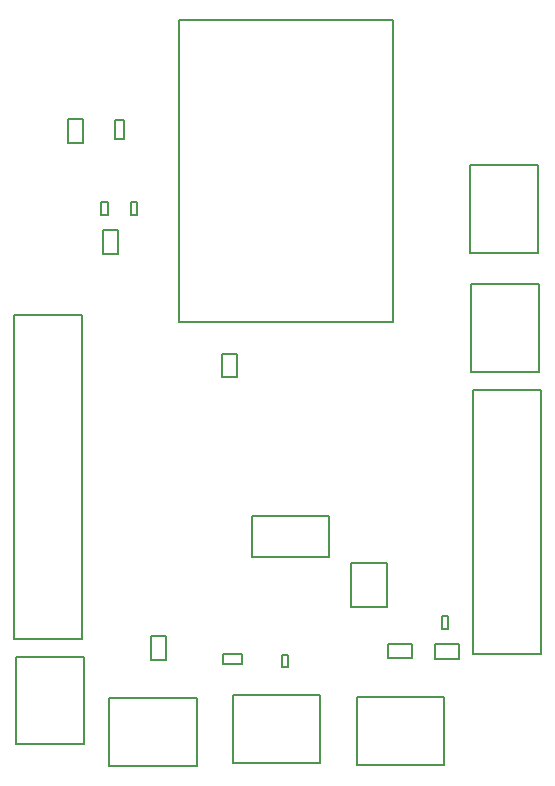
<source format=gbr>
G04*
G04 #@! TF.GenerationSoftware,Altium Limited,Altium Designer,24.2.2 (26)*
G04*
G04 Layer_Color=8388736*
%FSLAX43Y43*%
%MOMM*%
G71*
G04*
G04 #@! TF.SameCoordinates,78AD72C9-59E1-4A50-B3D3-B96FA2B5B495*
G04*
G04*
G04 #@! TF.FilePolarity,Positive*
G04*
G01*
G75*
%ADD11C,0.200*%
D11*
X3775Y14025D02*
X9525D01*
X3775Y6625D02*
Y14025D01*
Y6625D02*
X9525D01*
Y14025D01*
X3600Y15550D02*
X9350D01*
Y42950D01*
X3600D02*
X9350D01*
X3600Y15550D02*
Y42950D01*
X8150Y57525D02*
X9400D01*
Y59525D01*
X8150D02*
X9400D01*
X8150Y57525D02*
Y59525D01*
X10937Y52512D02*
X11487D01*
X10937Y51462D02*
Y52512D01*
Y51462D02*
X11487D01*
Y52512D01*
X13450Y51450D02*
X14000D01*
Y52500D01*
X13450D02*
X14000D01*
X13450Y51450D02*
Y52500D01*
X21175Y39700D02*
X22425D01*
X21175Y37700D02*
Y39700D01*
Y37700D02*
X22425D01*
Y39700D01*
X42200Y55650D02*
X47950D01*
X42200Y48250D02*
Y55650D01*
Y48250D02*
X47950D01*
Y55650D01*
X42225Y45575D02*
X47975D01*
X42225Y38175D02*
Y45575D01*
Y38175D02*
X47975D01*
Y45575D01*
X42425Y36625D02*
X48175D01*
X42425Y14225D02*
Y36625D01*
Y14225D02*
X48175D01*
Y36625D01*
X22075Y5025D02*
Y10775D01*
Y5025D02*
X29475D01*
Y10775D01*
X22075D02*
X29475D01*
X15175Y13775D02*
X16425D01*
Y15775D01*
X15175D02*
X16425D01*
X15175Y13775D02*
Y15775D01*
X12075Y59450D02*
X12875D01*
X12075Y57850D02*
Y59450D01*
Y57850D02*
X12875D01*
Y59450D01*
X11125Y48175D02*
X12375D01*
Y50175D01*
X11125D02*
X12375D01*
X11125Y48175D02*
Y50175D01*
X22850Y13450D02*
Y14250D01*
X21250D02*
X22850D01*
X21250Y13450D02*
Y14250D01*
Y13450D02*
X22850D01*
X26225Y13125D02*
X26775D01*
Y14175D01*
X26225D02*
X26775D01*
X26225Y13125D02*
Y14175D01*
X32575Y4875D02*
Y10625D01*
Y4875D02*
X39975D01*
Y10625D01*
X32575D02*
X39975D01*
X35225Y13900D02*
Y15150D01*
Y13900D02*
X37225D01*
Y15150D01*
X35225D02*
X37225D01*
X41225Y13825D02*
Y15075D01*
X39225D02*
X41225D01*
X39225Y13825D02*
Y15075D01*
Y13825D02*
X41225D01*
X23698Y22472D02*
X30202D01*
Y25978D01*
X23698D02*
X30202D01*
X23698Y22472D02*
Y25978D01*
X32125Y18275D02*
X35125D01*
Y21975D01*
X32125D02*
X35125D01*
X32125Y18275D02*
Y21975D01*
X17525Y42345D02*
Y67945D01*
Y42345D02*
X35625D01*
Y67945D01*
X17525D02*
X35625D01*
X39775Y16425D02*
X40325D01*
Y17475D01*
X39775D02*
X40325D01*
X39775Y16425D02*
Y17475D01*
X11625Y4775D02*
Y10525D01*
Y4775D02*
X19025D01*
Y10525D01*
X11625D02*
X19025D01*
M02*

</source>
